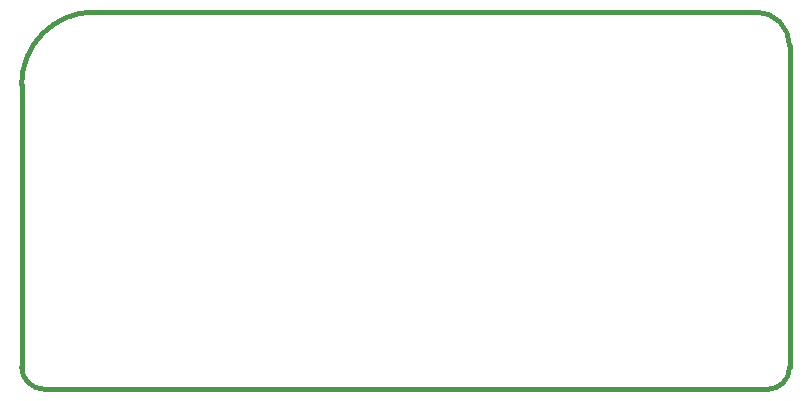
<source format=gm1>
G04 #@! TF.GenerationSoftware,KiCad,Pcbnew,5.0.2+dfsg1-1*
G04 #@! TF.CreationDate,2021-03-03T18:09:02+01:00*
G04 #@! TF.ProjectId,nova,6e6f7661-2e6b-4696-9361-645f70636258,2020*
G04 #@! TF.SameCoordinates,Original*
G04 #@! TF.FileFunction,Profile,NP*
%FSLAX46Y46*%
G04 Gerber Fmt 4.6, Leading zero omitted, Abs format (unit mm)*
G04 Created by KiCad (PCBNEW 5.0.2+dfsg1-1) date mer. 03 mars 2021 18:09:02 CET*
%MOMM*%
%LPD*%
G01*
G04 APERTURE LIST*
%ADD10C,0.381000*%
G04 APERTURE END LIST*
D10*
X112014000Y-68262500D02*
G75*
G02X110172500Y-70104000I-1841500J0D01*
G01*
X48895000Y-70104000D02*
G75*
G02X46990000Y-68199000I0J1905000D01*
G01*
X109156500Y-38163500D02*
G75*
G02X112014000Y-41021000I0J-2857500D01*
G01*
X46990000Y-44323000D02*
G75*
G02X53149500Y-38163500I6159500J0D01*
G01*
X110172500Y-70104000D02*
X48895000Y-70104000D01*
X112014000Y-41021000D02*
X112014000Y-68262500D01*
X53149500Y-38163500D02*
X109156500Y-38163500D01*
X46990000Y-68199000D02*
X46990000Y-44323000D01*
M02*

</source>
